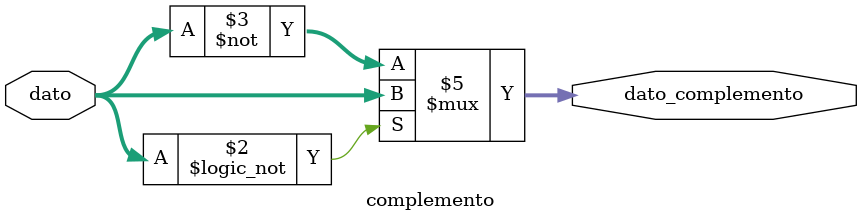
<source format=sv>
module complemento(input logic [31:0] dato,
						 output logic [31:0] dato_complemento);
	
		
		always_comb begin
			if(dato == 32'd0) dato_complemento = dato;
			else dato_complemento = ~dato;				
		end
	
endmodule

</source>
